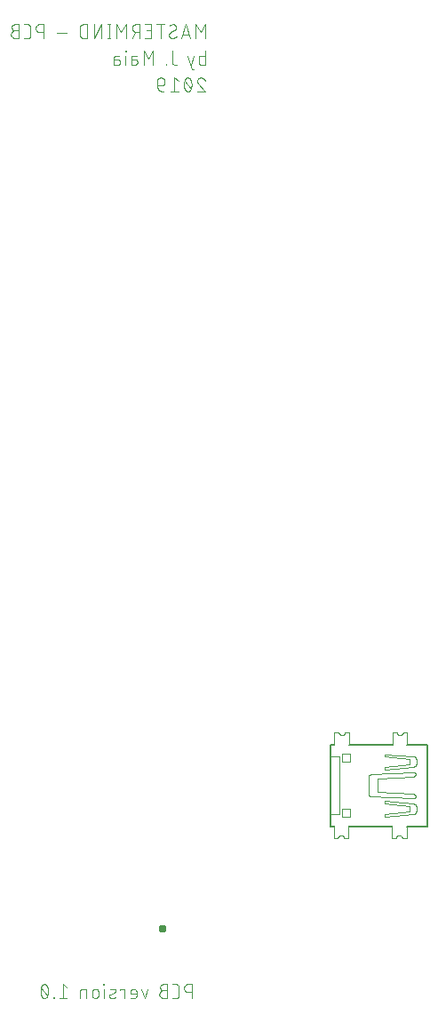
<source format=gbr>
G04 EAGLE Gerber RS-274X export*
G75*
%MOMM*%
%FSLAX34Y34*%
%LPD*%
%INSilkscreen Bottom*%
%IPPOS*%
%AMOC8*
5,1,8,0,0,1.08239X$1,22.5*%
G01*
%ADD10C,0.101600*%
%ADD11C,0.406400*%
%ADD12C,0.127000*%


D10*
X393192Y966216D02*
X393192Y953008D01*
X389523Y953008D01*
X389430Y953010D01*
X389336Y953016D01*
X389243Y953026D01*
X389151Y953040D01*
X389059Y953057D01*
X388968Y953079D01*
X388879Y953104D01*
X388790Y953134D01*
X388702Y953167D01*
X388616Y953203D01*
X388532Y953244D01*
X388450Y953287D01*
X388369Y953335D01*
X388291Y953385D01*
X388214Y953439D01*
X388140Y953497D01*
X388069Y953557D01*
X388000Y953620D01*
X387934Y953686D01*
X387871Y953755D01*
X387811Y953826D01*
X387753Y953900D01*
X387699Y953976D01*
X387649Y954055D01*
X387602Y954136D01*
X387558Y954218D01*
X387517Y954302D01*
X387481Y954388D01*
X387448Y954476D01*
X387418Y954564D01*
X387393Y954654D01*
X387371Y954745D01*
X387354Y954837D01*
X387340Y954929D01*
X387330Y955022D01*
X387324Y955116D01*
X387322Y955209D01*
X387322Y959612D01*
X387324Y959703D01*
X387330Y959794D01*
X387339Y959884D01*
X387352Y959974D01*
X387369Y960064D01*
X387389Y960152D01*
X387414Y960240D01*
X387441Y960327D01*
X387473Y960412D01*
X387507Y960496D01*
X387546Y960579D01*
X387587Y960660D01*
X387632Y960739D01*
X387680Y960816D01*
X387732Y960891D01*
X387786Y960964D01*
X387843Y961035D01*
X387904Y961103D01*
X387967Y961168D01*
X388032Y961231D01*
X388101Y961292D01*
X388171Y961349D01*
X388244Y961403D01*
X388319Y961455D01*
X388396Y961503D01*
X388475Y961548D01*
X388556Y961589D01*
X388639Y961628D01*
X388723Y961662D01*
X388808Y961694D01*
X388895Y961722D01*
X388983Y961746D01*
X389071Y961766D01*
X389161Y961783D01*
X389251Y961796D01*
X389341Y961805D01*
X389432Y961811D01*
X389523Y961813D01*
X393192Y961813D01*
X382586Y948605D02*
X381119Y948605D01*
X376716Y961813D01*
X382586Y961813D02*
X379651Y953008D01*
X361851Y955943D02*
X361851Y966216D01*
X361852Y955943D02*
X361854Y955836D01*
X361860Y955729D01*
X361870Y955622D01*
X361883Y955516D01*
X361901Y955410D01*
X361922Y955305D01*
X361947Y955201D01*
X361976Y955097D01*
X362009Y954995D01*
X362046Y954895D01*
X362086Y954795D01*
X362130Y954697D01*
X362177Y954601D01*
X362228Y954507D01*
X362282Y954414D01*
X362339Y954324D01*
X362400Y954235D01*
X362464Y954149D01*
X362531Y954066D01*
X362601Y953984D01*
X362674Y953906D01*
X362750Y953830D01*
X362828Y953757D01*
X362910Y953687D01*
X362993Y953620D01*
X363079Y953556D01*
X363168Y953495D01*
X363258Y953438D01*
X363351Y953384D01*
X363445Y953333D01*
X363541Y953286D01*
X363639Y953242D01*
X363739Y953202D01*
X363839Y953165D01*
X363941Y953132D01*
X364045Y953103D01*
X364149Y953078D01*
X364254Y953057D01*
X364360Y953039D01*
X364466Y953026D01*
X364573Y953016D01*
X364680Y953010D01*
X364787Y953008D01*
X366254Y953008D01*
X356549Y953008D02*
X356549Y953742D01*
X355815Y953742D01*
X355815Y953008D01*
X356549Y953008D01*
X343516Y953008D02*
X343516Y966216D01*
X339113Y958878D01*
X334710Y966216D01*
X334710Y953008D01*
X326314Y958144D02*
X323012Y958144D01*
X326314Y958144D02*
X326414Y958142D01*
X326513Y958136D01*
X326612Y958127D01*
X326711Y958113D01*
X326809Y958096D01*
X326906Y958075D01*
X327003Y958050D01*
X327098Y958021D01*
X327192Y957989D01*
X327285Y957953D01*
X327377Y957914D01*
X327467Y957871D01*
X327555Y957824D01*
X327641Y957775D01*
X327725Y957722D01*
X327807Y957665D01*
X327887Y957606D01*
X327965Y957543D01*
X328040Y957478D01*
X328112Y957409D01*
X328182Y957338D01*
X328249Y957265D01*
X328313Y957188D01*
X328374Y957110D01*
X328432Y957028D01*
X328486Y956945D01*
X328538Y956860D01*
X328586Y956773D01*
X328631Y956684D01*
X328672Y956593D01*
X328710Y956501D01*
X328744Y956407D01*
X328774Y956313D01*
X328801Y956217D01*
X328824Y956120D01*
X328843Y956022D01*
X328858Y955924D01*
X328870Y955825D01*
X328878Y955725D01*
X328882Y955626D01*
X328882Y955526D01*
X328878Y955427D01*
X328870Y955327D01*
X328858Y955228D01*
X328843Y955130D01*
X328824Y955032D01*
X328801Y954935D01*
X328774Y954839D01*
X328744Y954745D01*
X328710Y954651D01*
X328672Y954559D01*
X328631Y954468D01*
X328586Y954379D01*
X328538Y954292D01*
X328486Y954207D01*
X328432Y954124D01*
X328374Y954042D01*
X328313Y953964D01*
X328249Y953887D01*
X328182Y953814D01*
X328112Y953743D01*
X328040Y953674D01*
X327965Y953609D01*
X327887Y953546D01*
X327807Y953487D01*
X327725Y953430D01*
X327641Y953377D01*
X327555Y953328D01*
X327467Y953281D01*
X327377Y953238D01*
X327285Y953199D01*
X327192Y953163D01*
X327098Y953131D01*
X327003Y953102D01*
X326906Y953077D01*
X326809Y953056D01*
X326711Y953039D01*
X326612Y953025D01*
X326513Y953016D01*
X326414Y953010D01*
X326314Y953008D01*
X323012Y953008D01*
X323012Y959612D01*
X323014Y959703D01*
X323020Y959794D01*
X323029Y959884D01*
X323042Y959974D01*
X323059Y960064D01*
X323079Y960152D01*
X323104Y960240D01*
X323131Y960327D01*
X323163Y960412D01*
X323197Y960496D01*
X323236Y960579D01*
X323277Y960660D01*
X323322Y960739D01*
X323370Y960816D01*
X323422Y960891D01*
X323476Y960964D01*
X323533Y961035D01*
X323594Y961103D01*
X323657Y961168D01*
X323722Y961231D01*
X323791Y961292D01*
X323861Y961349D01*
X323934Y961403D01*
X324009Y961455D01*
X324086Y961503D01*
X324165Y961548D01*
X324246Y961589D01*
X324329Y961628D01*
X324413Y961662D01*
X324498Y961694D01*
X324585Y961722D01*
X324673Y961746D01*
X324761Y961766D01*
X324851Y961783D01*
X324941Y961796D01*
X325031Y961805D01*
X325122Y961811D01*
X325213Y961813D01*
X328148Y961813D01*
X317350Y961813D02*
X317350Y953008D01*
X317717Y965482D02*
X317717Y966216D01*
X316983Y966216D01*
X316983Y965482D01*
X317717Y965482D01*
X309672Y958144D02*
X306370Y958144D01*
X309672Y958144D02*
X309772Y958142D01*
X309871Y958136D01*
X309970Y958127D01*
X310069Y958113D01*
X310167Y958096D01*
X310264Y958075D01*
X310361Y958050D01*
X310456Y958021D01*
X310550Y957989D01*
X310643Y957953D01*
X310735Y957914D01*
X310825Y957871D01*
X310913Y957824D01*
X310999Y957775D01*
X311083Y957722D01*
X311165Y957665D01*
X311245Y957606D01*
X311323Y957543D01*
X311398Y957478D01*
X311470Y957409D01*
X311540Y957338D01*
X311607Y957265D01*
X311671Y957188D01*
X311732Y957110D01*
X311790Y957028D01*
X311844Y956945D01*
X311896Y956860D01*
X311944Y956773D01*
X311989Y956684D01*
X312030Y956593D01*
X312068Y956501D01*
X312102Y956407D01*
X312132Y956313D01*
X312159Y956217D01*
X312182Y956120D01*
X312201Y956022D01*
X312216Y955924D01*
X312228Y955825D01*
X312236Y955725D01*
X312240Y955626D01*
X312240Y955526D01*
X312236Y955427D01*
X312228Y955327D01*
X312216Y955228D01*
X312201Y955130D01*
X312182Y955032D01*
X312159Y954935D01*
X312132Y954839D01*
X312102Y954745D01*
X312068Y954651D01*
X312030Y954559D01*
X311989Y954468D01*
X311944Y954379D01*
X311896Y954292D01*
X311844Y954207D01*
X311790Y954124D01*
X311732Y954042D01*
X311671Y953964D01*
X311607Y953887D01*
X311540Y953814D01*
X311470Y953743D01*
X311398Y953674D01*
X311323Y953609D01*
X311245Y953546D01*
X311165Y953487D01*
X311083Y953430D01*
X310999Y953377D01*
X310913Y953328D01*
X310825Y953281D01*
X310735Y953238D01*
X310643Y953199D01*
X310550Y953163D01*
X310456Y953131D01*
X310361Y953102D01*
X310264Y953077D01*
X310167Y953056D01*
X310069Y953039D01*
X309970Y953025D01*
X309871Y953016D01*
X309772Y953010D01*
X309672Y953008D01*
X306370Y953008D01*
X306370Y959612D01*
X306372Y959703D01*
X306378Y959794D01*
X306387Y959884D01*
X306400Y959974D01*
X306417Y960064D01*
X306437Y960152D01*
X306462Y960240D01*
X306489Y960327D01*
X306521Y960412D01*
X306555Y960496D01*
X306594Y960579D01*
X306635Y960660D01*
X306680Y960739D01*
X306728Y960816D01*
X306780Y960891D01*
X306834Y960964D01*
X306891Y961035D01*
X306952Y961103D01*
X307015Y961168D01*
X307080Y961231D01*
X307149Y961292D01*
X307219Y961349D01*
X307292Y961403D01*
X307367Y961455D01*
X307444Y961503D01*
X307523Y961548D01*
X307604Y961589D01*
X307687Y961628D01*
X307771Y961662D01*
X307856Y961694D01*
X307943Y961722D01*
X308031Y961746D01*
X308119Y961766D01*
X308209Y961783D01*
X308299Y961796D01*
X308389Y961805D01*
X308480Y961811D01*
X308571Y961813D01*
X311506Y961813D01*
X385854Y937514D02*
X385856Y937627D01*
X385862Y937739D01*
X385871Y937852D01*
X385885Y937964D01*
X385902Y938075D01*
X385923Y938186D01*
X385948Y938296D01*
X385976Y938405D01*
X386009Y938513D01*
X386045Y938620D01*
X386084Y938725D01*
X386127Y938830D01*
X386174Y938932D01*
X386224Y939033D01*
X386278Y939132D01*
X386335Y939230D01*
X386395Y939325D01*
X386458Y939418D01*
X386525Y939509D01*
X386595Y939598D01*
X386667Y939684D01*
X386743Y939768D01*
X386821Y939849D01*
X386902Y939927D01*
X386986Y940003D01*
X387072Y940075D01*
X387161Y940145D01*
X387252Y940212D01*
X387345Y940275D01*
X387440Y940335D01*
X387538Y940392D01*
X387637Y940446D01*
X387738Y940496D01*
X387840Y940543D01*
X387945Y940586D01*
X388050Y940625D01*
X388157Y940661D01*
X388265Y940694D01*
X388374Y940722D01*
X388484Y940747D01*
X388595Y940768D01*
X388706Y940785D01*
X388818Y940799D01*
X388931Y940808D01*
X389043Y940814D01*
X389156Y940816D01*
X389283Y940814D01*
X389410Y940808D01*
X389537Y940799D01*
X389663Y940786D01*
X389789Y940769D01*
X389914Y940748D01*
X390039Y940723D01*
X390162Y940695D01*
X390285Y940663D01*
X390407Y940627D01*
X390528Y940588D01*
X390648Y940545D01*
X390766Y940499D01*
X390883Y940449D01*
X390998Y940395D01*
X391111Y940338D01*
X391223Y940278D01*
X391333Y940215D01*
X391441Y940148D01*
X391547Y940078D01*
X391651Y940005D01*
X391753Y939928D01*
X391852Y939849D01*
X391949Y939767D01*
X392043Y939682D01*
X392135Y939594D01*
X392224Y939504D01*
X392310Y939410D01*
X392394Y939315D01*
X392474Y939217D01*
X392552Y939116D01*
X392627Y939013D01*
X392698Y938908D01*
X392766Y938801D01*
X392831Y938692D01*
X392893Y938581D01*
X392952Y938468D01*
X393007Y938354D01*
X393058Y938238D01*
X393106Y938120D01*
X393151Y938001D01*
X393192Y937881D01*
X386955Y934946D02*
X386873Y935026D01*
X386794Y935109D01*
X386717Y935195D01*
X386643Y935283D01*
X386573Y935374D01*
X386505Y935466D01*
X386440Y935561D01*
X386378Y935658D01*
X386320Y935757D01*
X386264Y935858D01*
X386212Y935960D01*
X386164Y936064D01*
X386119Y936170D01*
X386077Y936277D01*
X386038Y936385D01*
X386004Y936495D01*
X385972Y936605D01*
X385945Y936717D01*
X385921Y936829D01*
X385900Y936942D01*
X385884Y937056D01*
X385871Y937170D01*
X385861Y937284D01*
X385856Y937399D01*
X385854Y937514D01*
X386955Y934946D02*
X393192Y927608D01*
X385854Y927608D01*
X380390Y934212D02*
X380387Y934472D01*
X380378Y934731D01*
X380362Y934991D01*
X380340Y935250D01*
X380313Y935508D01*
X380279Y935766D01*
X380238Y936022D01*
X380192Y936278D01*
X380140Y936533D01*
X380081Y936786D01*
X380017Y937037D01*
X379946Y937288D01*
X379870Y937536D01*
X379788Y937782D01*
X379700Y938027D01*
X379606Y938269D01*
X379506Y938509D01*
X379400Y938746D01*
X379289Y938981D01*
X379290Y938982D02*
X379255Y939077D01*
X379217Y939172D01*
X379175Y939265D01*
X379129Y939356D01*
X379080Y939446D01*
X379028Y939534D01*
X378973Y939619D01*
X378914Y939703D01*
X378852Y939784D01*
X378788Y939863D01*
X378720Y939939D01*
X378649Y940013D01*
X378576Y940084D01*
X378500Y940152D01*
X378422Y940218D01*
X378341Y940280D01*
X378258Y940340D01*
X378173Y940396D01*
X378086Y940449D01*
X377997Y940498D01*
X377906Y940544D01*
X377813Y940587D01*
X377719Y940626D01*
X377623Y940662D01*
X377526Y940694D01*
X377428Y940723D01*
X377329Y940747D01*
X377229Y940768D01*
X377129Y940785D01*
X377028Y940799D01*
X376926Y940808D01*
X376824Y940814D01*
X376722Y940816D01*
X376620Y940814D01*
X376518Y940808D01*
X376416Y940799D01*
X376315Y940785D01*
X376215Y940768D01*
X376115Y940747D01*
X376016Y940723D01*
X375918Y940694D01*
X375821Y940662D01*
X375725Y940626D01*
X375631Y940587D01*
X375538Y940544D01*
X375447Y940498D01*
X375358Y940449D01*
X375271Y940396D01*
X375186Y940340D01*
X375103Y940280D01*
X375022Y940218D01*
X374944Y940152D01*
X374868Y940084D01*
X374795Y940013D01*
X374724Y939939D01*
X374656Y939863D01*
X374592Y939784D01*
X374530Y939703D01*
X374471Y939619D01*
X374416Y939534D01*
X374364Y939446D01*
X374315Y939356D01*
X374269Y939265D01*
X374227Y939172D01*
X374189Y939077D01*
X374154Y938982D01*
X374154Y938981D02*
X374043Y938747D01*
X373937Y938509D01*
X373837Y938269D01*
X373743Y938027D01*
X373655Y937782D01*
X373573Y937536D01*
X373497Y937288D01*
X373426Y937038D01*
X373362Y936786D01*
X373303Y936533D01*
X373251Y936278D01*
X373205Y936022D01*
X373164Y935766D01*
X373130Y935508D01*
X373103Y935250D01*
X373081Y934991D01*
X373065Y934731D01*
X373056Y934472D01*
X373053Y934212D01*
X380391Y934212D02*
X380388Y933952D01*
X380379Y933692D01*
X380363Y933433D01*
X380341Y933174D01*
X380314Y932916D01*
X380280Y932658D01*
X380239Y932401D01*
X380193Y932146D01*
X380141Y931891D01*
X380082Y931638D01*
X380018Y931386D01*
X379947Y931136D01*
X379871Y930888D01*
X379789Y930641D01*
X379701Y930397D01*
X379607Y930155D01*
X379507Y929915D01*
X379401Y929677D01*
X379290Y929442D01*
X379255Y929347D01*
X379217Y929252D01*
X379175Y929159D01*
X379129Y929068D01*
X379080Y928978D01*
X379028Y928890D01*
X378973Y928805D01*
X378914Y928721D01*
X378852Y928640D01*
X378788Y928561D01*
X378720Y928485D01*
X378649Y928411D01*
X378576Y928340D01*
X378500Y928272D01*
X378422Y928206D01*
X378341Y928144D01*
X378258Y928084D01*
X378173Y928028D01*
X378086Y927975D01*
X377997Y927926D01*
X377906Y927880D01*
X377813Y927837D01*
X377719Y927798D01*
X377623Y927762D01*
X377526Y927730D01*
X377428Y927701D01*
X377329Y927677D01*
X377229Y927656D01*
X377129Y927639D01*
X377028Y927625D01*
X376926Y927616D01*
X376824Y927610D01*
X376722Y927608D01*
X374154Y929443D02*
X374043Y929678D01*
X373937Y929915D01*
X373837Y930155D01*
X373743Y930397D01*
X373655Y930642D01*
X373573Y930888D01*
X373497Y931136D01*
X373426Y931387D01*
X373362Y931638D01*
X373303Y931891D01*
X373251Y932146D01*
X373205Y932402D01*
X373164Y932658D01*
X373130Y932916D01*
X373103Y933174D01*
X373081Y933433D01*
X373065Y933693D01*
X373056Y933952D01*
X373053Y934212D01*
X374154Y929442D02*
X374189Y929347D01*
X374227Y929252D01*
X374269Y929159D01*
X374315Y929068D01*
X374364Y928978D01*
X374416Y928890D01*
X374471Y928805D01*
X374530Y928721D01*
X374592Y928640D01*
X374656Y928561D01*
X374724Y928485D01*
X374795Y928411D01*
X374868Y928340D01*
X374944Y928272D01*
X375022Y928206D01*
X375103Y928144D01*
X375186Y928084D01*
X375271Y928028D01*
X375358Y927975D01*
X375447Y927926D01*
X375538Y927880D01*
X375631Y927837D01*
X375725Y927798D01*
X375821Y927762D01*
X375918Y927730D01*
X376016Y927701D01*
X376115Y927677D01*
X376215Y927656D01*
X376315Y927639D01*
X376416Y927625D01*
X376518Y927616D01*
X376620Y927610D01*
X376722Y927608D01*
X379657Y930543D02*
X373786Y937881D01*
X367589Y937881D02*
X363920Y940816D01*
X363920Y927608D01*
X367589Y927608D02*
X360251Y927608D01*
X351852Y933478D02*
X347450Y933478D01*
X351852Y933478D02*
X351959Y933480D01*
X352066Y933486D01*
X352173Y933496D01*
X352279Y933509D01*
X352385Y933527D01*
X352490Y933548D01*
X352594Y933573D01*
X352698Y933602D01*
X352800Y933635D01*
X352900Y933672D01*
X353000Y933712D01*
X353098Y933756D01*
X353194Y933803D01*
X353288Y933854D01*
X353381Y933908D01*
X353471Y933965D01*
X353560Y934026D01*
X353646Y934090D01*
X353729Y934157D01*
X353811Y934227D01*
X353889Y934300D01*
X353965Y934376D01*
X354038Y934454D01*
X354108Y934536D01*
X354175Y934619D01*
X354239Y934705D01*
X354300Y934794D01*
X354357Y934884D01*
X354411Y934977D01*
X354462Y935071D01*
X354510Y935167D01*
X354553Y935265D01*
X354593Y935365D01*
X354630Y935465D01*
X354663Y935567D01*
X354692Y935671D01*
X354717Y935775D01*
X354738Y935880D01*
X354756Y935986D01*
X354769Y936092D01*
X354779Y936199D01*
X354785Y936306D01*
X354787Y936413D01*
X354787Y937147D01*
X354785Y937267D01*
X354779Y937387D01*
X354769Y937507D01*
X354756Y937626D01*
X354738Y937745D01*
X354717Y937863D01*
X354691Y937980D01*
X354662Y938097D01*
X354629Y938212D01*
X354592Y938326D01*
X354552Y938439D01*
X354508Y938551D01*
X354460Y938661D01*
X354409Y938770D01*
X354354Y938877D01*
X354295Y938982D01*
X354234Y939084D01*
X354169Y939185D01*
X354100Y939284D01*
X354029Y939381D01*
X353954Y939475D01*
X353877Y939566D01*
X353796Y939655D01*
X353712Y939741D01*
X353626Y939825D01*
X353537Y939906D01*
X353446Y939983D01*
X353352Y940058D01*
X353255Y940129D01*
X353156Y940198D01*
X353055Y940263D01*
X352953Y940324D01*
X352848Y940383D01*
X352741Y940438D01*
X352632Y940489D01*
X352522Y940537D01*
X352410Y940581D01*
X352297Y940621D01*
X352183Y940658D01*
X352068Y940691D01*
X351951Y940720D01*
X351834Y940746D01*
X351716Y940767D01*
X351597Y940785D01*
X351478Y940798D01*
X351358Y940808D01*
X351238Y940814D01*
X351118Y940816D01*
X350998Y940814D01*
X350878Y940808D01*
X350758Y940798D01*
X350639Y940785D01*
X350520Y940767D01*
X350402Y940746D01*
X350285Y940720D01*
X350168Y940691D01*
X350053Y940658D01*
X349939Y940621D01*
X349826Y940581D01*
X349714Y940537D01*
X349604Y940489D01*
X349495Y940438D01*
X349388Y940383D01*
X349284Y940324D01*
X349181Y940263D01*
X349080Y940198D01*
X348981Y940129D01*
X348884Y940058D01*
X348790Y939983D01*
X348699Y939906D01*
X348610Y939825D01*
X348524Y939741D01*
X348440Y939655D01*
X348359Y939566D01*
X348282Y939475D01*
X348207Y939381D01*
X348136Y939284D01*
X348067Y939185D01*
X348002Y939084D01*
X347941Y938982D01*
X347882Y938877D01*
X347827Y938770D01*
X347776Y938661D01*
X347728Y938551D01*
X347684Y938439D01*
X347644Y938326D01*
X347607Y938212D01*
X347574Y938097D01*
X347545Y937980D01*
X347519Y937863D01*
X347498Y937745D01*
X347480Y937626D01*
X347467Y937507D01*
X347457Y937387D01*
X347451Y937267D01*
X347449Y937147D01*
X347450Y937147D02*
X347450Y933478D01*
X347452Y933327D01*
X347458Y933176D01*
X347468Y933025D01*
X347481Y932874D01*
X347499Y932724D01*
X347520Y932575D01*
X347545Y932426D01*
X347574Y932277D01*
X347607Y932130D01*
X347644Y931983D01*
X347684Y931837D01*
X347728Y931693D01*
X347776Y931549D01*
X347827Y931407D01*
X347882Y931267D01*
X347941Y931127D01*
X348004Y930990D01*
X348069Y930854D01*
X348139Y930719D01*
X348211Y930587D01*
X348288Y930456D01*
X348367Y930328D01*
X348450Y930201D01*
X348536Y930077D01*
X348625Y929955D01*
X348717Y929835D01*
X348813Y929718D01*
X348911Y929603D01*
X349012Y929491D01*
X349116Y929381D01*
X349223Y929274D01*
X349333Y929170D01*
X349445Y929069D01*
X349560Y928971D01*
X349677Y928875D01*
X349797Y928783D01*
X349919Y928694D01*
X350043Y928608D01*
X350170Y928525D01*
X350298Y928446D01*
X350429Y928369D01*
X350561Y928297D01*
X350696Y928227D01*
X350832Y928162D01*
X350969Y928099D01*
X351109Y928040D01*
X351249Y927985D01*
X351391Y927934D01*
X351535Y927886D01*
X351679Y927842D01*
X351825Y927802D01*
X351972Y927765D01*
X352119Y927732D01*
X352268Y927703D01*
X352417Y927678D01*
X352566Y927657D01*
X352716Y927639D01*
X352867Y927626D01*
X353018Y927616D01*
X353169Y927610D01*
X353320Y927608D01*
X380492Y77216D02*
X380492Y64008D01*
X380492Y77216D02*
X376823Y77216D01*
X376703Y77214D01*
X376583Y77208D01*
X376463Y77198D01*
X376344Y77185D01*
X376225Y77167D01*
X376107Y77146D01*
X375990Y77120D01*
X375873Y77091D01*
X375758Y77058D01*
X375644Y77021D01*
X375531Y76981D01*
X375419Y76937D01*
X375309Y76889D01*
X375200Y76838D01*
X375093Y76783D01*
X374989Y76724D01*
X374886Y76663D01*
X374785Y76598D01*
X374686Y76529D01*
X374589Y76458D01*
X374495Y76383D01*
X374404Y76306D01*
X374315Y76225D01*
X374229Y76141D01*
X374145Y76055D01*
X374064Y75966D01*
X373987Y75875D01*
X373912Y75781D01*
X373841Y75684D01*
X373772Y75585D01*
X373707Y75484D01*
X373646Y75381D01*
X373587Y75277D01*
X373532Y75170D01*
X373481Y75061D01*
X373433Y74951D01*
X373389Y74839D01*
X373349Y74726D01*
X373312Y74612D01*
X373279Y74497D01*
X373250Y74380D01*
X373224Y74263D01*
X373203Y74145D01*
X373185Y74026D01*
X373172Y73907D01*
X373162Y73787D01*
X373156Y73667D01*
X373154Y73547D01*
X373156Y73427D01*
X373162Y73307D01*
X373172Y73187D01*
X373185Y73068D01*
X373203Y72949D01*
X373224Y72831D01*
X373250Y72714D01*
X373279Y72597D01*
X373312Y72482D01*
X373349Y72368D01*
X373389Y72255D01*
X373433Y72143D01*
X373481Y72033D01*
X373532Y71924D01*
X373587Y71817D01*
X373646Y71712D01*
X373707Y71610D01*
X373772Y71509D01*
X373841Y71410D01*
X373912Y71313D01*
X373987Y71219D01*
X374064Y71128D01*
X374145Y71039D01*
X374229Y70953D01*
X374315Y70869D01*
X374404Y70788D01*
X374495Y70711D01*
X374589Y70636D01*
X374686Y70565D01*
X374785Y70496D01*
X374886Y70431D01*
X374989Y70370D01*
X375093Y70311D01*
X375200Y70256D01*
X375309Y70205D01*
X375419Y70157D01*
X375531Y70113D01*
X375644Y70073D01*
X375758Y70036D01*
X375873Y70003D01*
X375990Y69974D01*
X376107Y69948D01*
X376225Y69927D01*
X376344Y69909D01*
X376463Y69896D01*
X376583Y69886D01*
X376703Y69880D01*
X376823Y69878D01*
X380492Y69878D01*
X365397Y64008D02*
X362462Y64008D01*
X365397Y64008D02*
X365504Y64010D01*
X365611Y64016D01*
X365718Y64026D01*
X365824Y64039D01*
X365930Y64057D01*
X366035Y64078D01*
X366139Y64103D01*
X366243Y64132D01*
X366345Y64165D01*
X366445Y64202D01*
X366545Y64242D01*
X366643Y64286D01*
X366739Y64333D01*
X366833Y64384D01*
X366926Y64438D01*
X367016Y64495D01*
X367105Y64556D01*
X367191Y64620D01*
X367274Y64687D01*
X367356Y64757D01*
X367434Y64830D01*
X367510Y64906D01*
X367583Y64984D01*
X367653Y65066D01*
X367720Y65149D01*
X367784Y65235D01*
X367845Y65324D01*
X367902Y65414D01*
X367956Y65507D01*
X368007Y65601D01*
X368055Y65697D01*
X368098Y65795D01*
X368138Y65895D01*
X368175Y65995D01*
X368208Y66097D01*
X368237Y66201D01*
X368262Y66305D01*
X368283Y66410D01*
X368301Y66516D01*
X368314Y66622D01*
X368324Y66729D01*
X368330Y66836D01*
X368332Y66943D01*
X368332Y74281D01*
X368330Y74388D01*
X368324Y74495D01*
X368314Y74602D01*
X368301Y74708D01*
X368283Y74814D01*
X368262Y74919D01*
X368237Y75023D01*
X368208Y75127D01*
X368175Y75229D01*
X368138Y75329D01*
X368098Y75429D01*
X368054Y75527D01*
X368007Y75623D01*
X367956Y75717D01*
X367902Y75810D01*
X367845Y75900D01*
X367784Y75989D01*
X367720Y76075D01*
X367653Y76158D01*
X367583Y76240D01*
X367510Y76318D01*
X367434Y76394D01*
X367356Y76467D01*
X367274Y76537D01*
X367191Y76604D01*
X367105Y76668D01*
X367016Y76729D01*
X366926Y76786D01*
X366833Y76840D01*
X366739Y76891D01*
X366643Y76938D01*
X366545Y76982D01*
X366446Y77022D01*
X366345Y77059D01*
X366243Y77092D01*
X366139Y77121D01*
X366035Y77146D01*
X365930Y77167D01*
X365824Y77185D01*
X365718Y77198D01*
X365611Y77208D01*
X365504Y77214D01*
X365397Y77216D01*
X362462Y77216D01*
X357022Y71346D02*
X353354Y71346D01*
X353234Y71344D01*
X353114Y71338D01*
X352994Y71328D01*
X352875Y71315D01*
X352756Y71297D01*
X352638Y71276D01*
X352521Y71250D01*
X352404Y71221D01*
X352289Y71188D01*
X352175Y71151D01*
X352062Y71111D01*
X351950Y71067D01*
X351840Y71019D01*
X351731Y70968D01*
X351624Y70913D01*
X351520Y70854D01*
X351417Y70793D01*
X351316Y70728D01*
X351217Y70659D01*
X351120Y70588D01*
X351026Y70513D01*
X350935Y70436D01*
X350846Y70355D01*
X350760Y70271D01*
X350676Y70185D01*
X350595Y70096D01*
X350518Y70005D01*
X350443Y69911D01*
X350372Y69814D01*
X350303Y69715D01*
X350238Y69614D01*
X350177Y69511D01*
X350118Y69407D01*
X350063Y69300D01*
X350012Y69191D01*
X349964Y69081D01*
X349920Y68969D01*
X349880Y68856D01*
X349843Y68742D01*
X349810Y68627D01*
X349781Y68510D01*
X349755Y68393D01*
X349734Y68275D01*
X349716Y68156D01*
X349703Y68037D01*
X349693Y67917D01*
X349687Y67797D01*
X349685Y67677D01*
X349687Y67557D01*
X349693Y67437D01*
X349703Y67317D01*
X349716Y67198D01*
X349734Y67079D01*
X349755Y66961D01*
X349781Y66844D01*
X349810Y66727D01*
X349843Y66612D01*
X349880Y66498D01*
X349920Y66385D01*
X349964Y66273D01*
X350012Y66163D01*
X350063Y66054D01*
X350118Y65947D01*
X350177Y65842D01*
X350238Y65740D01*
X350303Y65639D01*
X350372Y65540D01*
X350443Y65443D01*
X350518Y65349D01*
X350595Y65258D01*
X350676Y65169D01*
X350760Y65083D01*
X350846Y64999D01*
X350935Y64918D01*
X351026Y64841D01*
X351120Y64766D01*
X351217Y64695D01*
X351316Y64626D01*
X351417Y64561D01*
X351520Y64500D01*
X351624Y64441D01*
X351731Y64386D01*
X351840Y64335D01*
X351950Y64287D01*
X352062Y64243D01*
X352175Y64203D01*
X352289Y64166D01*
X352404Y64133D01*
X352521Y64104D01*
X352638Y64078D01*
X352756Y64057D01*
X352875Y64039D01*
X352994Y64026D01*
X353114Y64016D01*
X353234Y64010D01*
X353354Y64008D01*
X357022Y64008D01*
X357022Y77216D01*
X353354Y77216D01*
X353247Y77214D01*
X353140Y77208D01*
X353033Y77198D01*
X352927Y77185D01*
X352821Y77167D01*
X352716Y77146D01*
X352612Y77121D01*
X352508Y77092D01*
X352406Y77059D01*
X352306Y77022D01*
X352206Y76982D01*
X352108Y76938D01*
X352012Y76891D01*
X351918Y76840D01*
X351825Y76786D01*
X351735Y76729D01*
X351646Y76668D01*
X351560Y76604D01*
X351477Y76537D01*
X351395Y76467D01*
X351317Y76394D01*
X351241Y76318D01*
X351168Y76240D01*
X351098Y76158D01*
X351031Y76075D01*
X350967Y75989D01*
X350906Y75900D01*
X350849Y75810D01*
X350795Y75717D01*
X350744Y75623D01*
X350697Y75527D01*
X350653Y75429D01*
X350613Y75329D01*
X350576Y75229D01*
X350543Y75127D01*
X350514Y75023D01*
X350489Y74919D01*
X350468Y74814D01*
X350450Y74708D01*
X350437Y74602D01*
X350427Y74495D01*
X350421Y74388D01*
X350419Y74281D01*
X350421Y74174D01*
X350427Y74067D01*
X350437Y73960D01*
X350450Y73854D01*
X350468Y73748D01*
X350489Y73643D01*
X350514Y73539D01*
X350543Y73435D01*
X350576Y73333D01*
X350613Y73233D01*
X350653Y73133D01*
X350697Y73035D01*
X350744Y72939D01*
X350795Y72845D01*
X350849Y72752D01*
X350906Y72662D01*
X350967Y72573D01*
X351031Y72487D01*
X351098Y72404D01*
X351168Y72322D01*
X351241Y72244D01*
X351317Y72168D01*
X351395Y72095D01*
X351477Y72025D01*
X351560Y71958D01*
X351646Y71894D01*
X351735Y71833D01*
X351825Y71776D01*
X351918Y71722D01*
X352012Y71671D01*
X352108Y71624D01*
X352206Y71580D01*
X352306Y71540D01*
X352406Y71503D01*
X352508Y71470D01*
X352612Y71441D01*
X352716Y71416D01*
X352821Y71395D01*
X352927Y71377D01*
X353033Y71364D01*
X353140Y71354D01*
X353247Y71348D01*
X353354Y71346D01*
X338546Y72813D02*
X335611Y64008D01*
X332676Y72813D01*
X325677Y64008D02*
X322008Y64008D01*
X325677Y64008D02*
X325768Y64010D01*
X325859Y64016D01*
X325949Y64025D01*
X326039Y64038D01*
X326129Y64055D01*
X326217Y64075D01*
X326305Y64100D01*
X326392Y64127D01*
X326477Y64159D01*
X326561Y64193D01*
X326644Y64232D01*
X326725Y64273D01*
X326804Y64318D01*
X326881Y64366D01*
X326956Y64418D01*
X327029Y64472D01*
X327100Y64529D01*
X327168Y64590D01*
X327233Y64653D01*
X327296Y64718D01*
X327357Y64786D01*
X327414Y64857D01*
X327468Y64930D01*
X327520Y65005D01*
X327568Y65082D01*
X327613Y65161D01*
X327654Y65242D01*
X327693Y65325D01*
X327727Y65409D01*
X327759Y65494D01*
X327786Y65581D01*
X327811Y65669D01*
X327831Y65757D01*
X327848Y65847D01*
X327861Y65937D01*
X327870Y66027D01*
X327876Y66118D01*
X327878Y66209D01*
X327878Y69878D01*
X327876Y69985D01*
X327870Y70092D01*
X327860Y70199D01*
X327847Y70305D01*
X327829Y70411D01*
X327808Y70516D01*
X327783Y70620D01*
X327754Y70724D01*
X327721Y70826D01*
X327684Y70926D01*
X327644Y71026D01*
X327600Y71124D01*
X327553Y71220D01*
X327502Y71314D01*
X327448Y71407D01*
X327391Y71497D01*
X327330Y71586D01*
X327266Y71672D01*
X327199Y71755D01*
X327129Y71837D01*
X327056Y71915D01*
X326980Y71991D01*
X326902Y72064D01*
X326820Y72134D01*
X326737Y72201D01*
X326651Y72265D01*
X326562Y72326D01*
X326472Y72383D01*
X326379Y72437D01*
X326285Y72488D01*
X326189Y72535D01*
X326091Y72579D01*
X325991Y72619D01*
X325891Y72656D01*
X325789Y72689D01*
X325685Y72718D01*
X325581Y72743D01*
X325476Y72764D01*
X325370Y72782D01*
X325264Y72795D01*
X325157Y72805D01*
X325050Y72811D01*
X324943Y72813D01*
X324836Y72811D01*
X324729Y72805D01*
X324622Y72795D01*
X324516Y72782D01*
X324410Y72764D01*
X324305Y72743D01*
X324201Y72718D01*
X324097Y72689D01*
X323995Y72656D01*
X323895Y72619D01*
X323795Y72579D01*
X323697Y72535D01*
X323601Y72488D01*
X323507Y72437D01*
X323414Y72383D01*
X323324Y72326D01*
X323235Y72265D01*
X323149Y72201D01*
X323066Y72134D01*
X322984Y72064D01*
X322906Y71991D01*
X322830Y71915D01*
X322757Y71837D01*
X322687Y71755D01*
X322620Y71672D01*
X322556Y71586D01*
X322495Y71497D01*
X322438Y71407D01*
X322384Y71314D01*
X322333Y71220D01*
X322286Y71124D01*
X322242Y71026D01*
X322202Y70926D01*
X322165Y70826D01*
X322132Y70724D01*
X322103Y70620D01*
X322078Y70516D01*
X322057Y70411D01*
X322039Y70305D01*
X322026Y70199D01*
X322016Y70092D01*
X322010Y69985D01*
X322008Y69878D01*
X322008Y68411D01*
X327878Y68411D01*
X316286Y72813D02*
X316286Y64008D01*
X316286Y72813D02*
X311883Y72813D01*
X311883Y71346D01*
X306722Y69144D02*
X303053Y67677D01*
X306722Y69144D02*
X306801Y69178D01*
X306879Y69216D01*
X306956Y69257D01*
X307030Y69301D01*
X307102Y69349D01*
X307172Y69400D01*
X307239Y69454D01*
X307304Y69511D01*
X307367Y69572D01*
X307426Y69634D01*
X307483Y69700D01*
X307536Y69768D01*
X307587Y69838D01*
X307634Y69911D01*
X307678Y69986D01*
X307718Y70062D01*
X307755Y70141D01*
X307788Y70220D01*
X307818Y70302D01*
X307844Y70384D01*
X307866Y70468D01*
X307884Y70553D01*
X307898Y70638D01*
X307909Y70724D01*
X307915Y70810D01*
X307918Y70897D01*
X307917Y70984D01*
X307911Y71070D01*
X307902Y71156D01*
X307889Y71242D01*
X307872Y71327D01*
X307851Y71411D01*
X307827Y71494D01*
X307798Y71575D01*
X307766Y71656D01*
X307731Y71735D01*
X307691Y71812D01*
X307649Y71887D01*
X307602Y71960D01*
X307553Y72032D01*
X307501Y72100D01*
X307445Y72167D01*
X307386Y72230D01*
X307325Y72291D01*
X307261Y72350D01*
X307194Y72405D01*
X307125Y72457D01*
X307053Y72506D01*
X306980Y72551D01*
X306904Y72593D01*
X306827Y72632D01*
X306748Y72667D01*
X306667Y72699D01*
X306585Y72727D01*
X306502Y72751D01*
X306418Y72771D01*
X306333Y72787D01*
X306247Y72800D01*
X306161Y72808D01*
X306074Y72813D01*
X305988Y72814D01*
X305988Y72813D02*
X305788Y72808D01*
X305588Y72798D01*
X305388Y72783D01*
X305188Y72763D01*
X304989Y72739D01*
X304791Y72709D01*
X304594Y72675D01*
X304397Y72637D01*
X304202Y72593D01*
X304007Y72545D01*
X303814Y72492D01*
X303622Y72435D01*
X303431Y72373D01*
X303242Y72306D01*
X303055Y72235D01*
X302870Y72159D01*
X302686Y72079D01*
X303052Y67677D02*
X302973Y67643D01*
X302895Y67605D01*
X302818Y67564D01*
X302744Y67520D01*
X302672Y67472D01*
X302602Y67421D01*
X302535Y67367D01*
X302470Y67310D01*
X302407Y67249D01*
X302348Y67187D01*
X302291Y67121D01*
X302238Y67053D01*
X302187Y66983D01*
X302140Y66910D01*
X302096Y66835D01*
X302056Y66759D01*
X302019Y66680D01*
X301986Y66601D01*
X301956Y66519D01*
X301930Y66437D01*
X301908Y66353D01*
X301890Y66268D01*
X301876Y66183D01*
X301865Y66097D01*
X301859Y66011D01*
X301856Y65924D01*
X301857Y65837D01*
X301863Y65751D01*
X301872Y65665D01*
X301885Y65579D01*
X301902Y65494D01*
X301923Y65410D01*
X301947Y65327D01*
X301976Y65246D01*
X302008Y65165D01*
X302043Y65086D01*
X302083Y65009D01*
X302125Y64934D01*
X302172Y64861D01*
X302221Y64789D01*
X302273Y64721D01*
X302329Y64654D01*
X302388Y64591D01*
X302449Y64530D01*
X302513Y64471D01*
X302580Y64416D01*
X302649Y64364D01*
X302721Y64315D01*
X302794Y64270D01*
X302870Y64228D01*
X302947Y64189D01*
X303026Y64154D01*
X303107Y64122D01*
X303189Y64094D01*
X303272Y64070D01*
X303356Y64050D01*
X303441Y64034D01*
X303527Y64021D01*
X303613Y64013D01*
X303700Y64008D01*
X303786Y64007D01*
X303787Y64008D02*
X304081Y64016D01*
X304375Y64031D01*
X304669Y64052D01*
X304962Y64081D01*
X305254Y64116D01*
X305545Y64159D01*
X305835Y64208D01*
X306124Y64264D01*
X306412Y64327D01*
X306698Y64396D01*
X306982Y64473D01*
X307264Y64556D01*
X307545Y64646D01*
X307823Y64742D01*
X296779Y64008D02*
X296779Y72813D01*
X297146Y76482D02*
X297146Y77216D01*
X296413Y77216D01*
X296413Y76482D01*
X297146Y76482D01*
X291607Y69878D02*
X291607Y66943D01*
X291607Y69878D02*
X291605Y69985D01*
X291599Y70092D01*
X291589Y70199D01*
X291576Y70305D01*
X291558Y70411D01*
X291537Y70516D01*
X291512Y70620D01*
X291483Y70724D01*
X291450Y70826D01*
X291413Y70926D01*
X291373Y71026D01*
X291329Y71124D01*
X291282Y71220D01*
X291231Y71314D01*
X291177Y71407D01*
X291120Y71497D01*
X291059Y71586D01*
X290995Y71672D01*
X290928Y71755D01*
X290858Y71837D01*
X290785Y71915D01*
X290709Y71991D01*
X290631Y72064D01*
X290549Y72134D01*
X290466Y72201D01*
X290380Y72265D01*
X290291Y72326D01*
X290201Y72383D01*
X290108Y72437D01*
X290014Y72488D01*
X289918Y72535D01*
X289820Y72579D01*
X289720Y72619D01*
X289620Y72656D01*
X289518Y72689D01*
X289414Y72718D01*
X289310Y72743D01*
X289205Y72764D01*
X289099Y72782D01*
X288993Y72795D01*
X288886Y72805D01*
X288779Y72811D01*
X288672Y72813D01*
X288565Y72811D01*
X288458Y72805D01*
X288351Y72795D01*
X288245Y72782D01*
X288139Y72764D01*
X288034Y72743D01*
X287930Y72718D01*
X287826Y72689D01*
X287724Y72656D01*
X287624Y72619D01*
X287524Y72579D01*
X287426Y72535D01*
X287330Y72488D01*
X287236Y72437D01*
X287143Y72383D01*
X287053Y72326D01*
X286964Y72265D01*
X286878Y72201D01*
X286795Y72134D01*
X286713Y72064D01*
X286635Y71991D01*
X286559Y71915D01*
X286486Y71837D01*
X286416Y71755D01*
X286349Y71672D01*
X286285Y71586D01*
X286224Y71497D01*
X286167Y71407D01*
X286113Y71314D01*
X286062Y71220D01*
X286015Y71124D01*
X285971Y71026D01*
X285931Y70926D01*
X285894Y70826D01*
X285861Y70724D01*
X285832Y70620D01*
X285807Y70516D01*
X285786Y70411D01*
X285768Y70305D01*
X285755Y70199D01*
X285745Y70092D01*
X285739Y69985D01*
X285737Y69878D01*
X285737Y66943D01*
X285739Y66836D01*
X285745Y66729D01*
X285755Y66622D01*
X285768Y66516D01*
X285786Y66410D01*
X285807Y66305D01*
X285832Y66201D01*
X285861Y66097D01*
X285894Y65995D01*
X285931Y65895D01*
X285971Y65795D01*
X286015Y65697D01*
X286062Y65601D01*
X286113Y65507D01*
X286167Y65414D01*
X286224Y65324D01*
X286285Y65235D01*
X286349Y65149D01*
X286416Y65066D01*
X286486Y64984D01*
X286559Y64906D01*
X286635Y64830D01*
X286713Y64757D01*
X286795Y64687D01*
X286878Y64620D01*
X286964Y64556D01*
X287053Y64495D01*
X287143Y64438D01*
X287236Y64384D01*
X287330Y64333D01*
X287426Y64286D01*
X287524Y64242D01*
X287624Y64202D01*
X287724Y64165D01*
X287826Y64132D01*
X287930Y64103D01*
X288034Y64078D01*
X288139Y64057D01*
X288245Y64039D01*
X288351Y64026D01*
X288458Y64016D01*
X288565Y64010D01*
X288672Y64008D01*
X288779Y64010D01*
X288886Y64016D01*
X288993Y64026D01*
X289099Y64039D01*
X289205Y64057D01*
X289310Y64078D01*
X289414Y64103D01*
X289518Y64132D01*
X289620Y64165D01*
X289720Y64202D01*
X289820Y64242D01*
X289918Y64286D01*
X290014Y64333D01*
X290108Y64384D01*
X290201Y64438D01*
X290291Y64495D01*
X290380Y64556D01*
X290466Y64620D01*
X290549Y64687D01*
X290631Y64757D01*
X290709Y64830D01*
X290785Y64906D01*
X290858Y64984D01*
X290928Y65066D01*
X290995Y65149D01*
X291059Y65235D01*
X291120Y65324D01*
X291177Y65414D01*
X291231Y65507D01*
X291282Y65601D01*
X291329Y65697D01*
X291373Y65795D01*
X291413Y65895D01*
X291450Y65995D01*
X291483Y66097D01*
X291512Y66201D01*
X291537Y66305D01*
X291558Y66410D01*
X291576Y66516D01*
X291589Y66622D01*
X291599Y66729D01*
X291605Y66836D01*
X291607Y66943D01*
X280085Y64008D02*
X280085Y72813D01*
X276417Y72813D01*
X276324Y72811D01*
X276230Y72805D01*
X276137Y72795D01*
X276045Y72781D01*
X275953Y72764D01*
X275862Y72742D01*
X275773Y72717D01*
X275684Y72687D01*
X275596Y72654D01*
X275510Y72618D01*
X275426Y72577D01*
X275344Y72534D01*
X275263Y72486D01*
X275185Y72436D01*
X275108Y72382D01*
X275034Y72324D01*
X274963Y72264D01*
X274894Y72201D01*
X274828Y72135D01*
X274765Y72066D01*
X274705Y71995D01*
X274647Y71921D01*
X274593Y71845D01*
X274543Y71766D01*
X274496Y71685D01*
X274452Y71603D01*
X274411Y71519D01*
X274375Y71433D01*
X274342Y71345D01*
X274312Y71257D01*
X274287Y71167D01*
X274265Y71076D01*
X274248Y70984D01*
X274234Y70892D01*
X274224Y70799D01*
X274218Y70705D01*
X274216Y70612D01*
X274215Y70612D02*
X274215Y64008D01*
X261617Y74281D02*
X257948Y77216D01*
X257948Y64008D01*
X261617Y64008D02*
X254279Y64008D01*
X249354Y64008D02*
X249354Y64742D01*
X248620Y64742D01*
X248620Y64008D01*
X249354Y64008D01*
X243694Y70612D02*
X243691Y70872D01*
X243682Y71131D01*
X243666Y71391D01*
X243644Y71650D01*
X243617Y71908D01*
X243583Y72166D01*
X243542Y72422D01*
X243496Y72678D01*
X243444Y72933D01*
X243385Y73186D01*
X243321Y73437D01*
X243250Y73688D01*
X243174Y73936D01*
X243092Y74182D01*
X243004Y74427D01*
X242910Y74669D01*
X242810Y74909D01*
X242704Y75146D01*
X242593Y75381D01*
X242594Y75382D02*
X242559Y75477D01*
X242521Y75572D01*
X242479Y75665D01*
X242433Y75756D01*
X242384Y75846D01*
X242332Y75934D01*
X242277Y76019D01*
X242218Y76103D01*
X242156Y76184D01*
X242092Y76263D01*
X242024Y76339D01*
X241953Y76413D01*
X241880Y76484D01*
X241804Y76552D01*
X241726Y76618D01*
X241645Y76680D01*
X241562Y76740D01*
X241477Y76796D01*
X241390Y76849D01*
X241301Y76898D01*
X241210Y76944D01*
X241117Y76987D01*
X241023Y77026D01*
X240927Y77062D01*
X240830Y77094D01*
X240732Y77123D01*
X240633Y77147D01*
X240533Y77168D01*
X240433Y77185D01*
X240332Y77199D01*
X240230Y77208D01*
X240128Y77214D01*
X240026Y77216D01*
X239924Y77214D01*
X239822Y77208D01*
X239720Y77199D01*
X239619Y77185D01*
X239519Y77168D01*
X239419Y77147D01*
X239320Y77123D01*
X239222Y77094D01*
X239125Y77062D01*
X239029Y77026D01*
X238935Y76987D01*
X238842Y76944D01*
X238751Y76898D01*
X238662Y76849D01*
X238575Y76796D01*
X238490Y76740D01*
X238407Y76680D01*
X238326Y76618D01*
X238248Y76552D01*
X238172Y76484D01*
X238099Y76413D01*
X238028Y76339D01*
X237960Y76263D01*
X237896Y76184D01*
X237834Y76103D01*
X237775Y76019D01*
X237720Y75934D01*
X237668Y75846D01*
X237619Y75756D01*
X237573Y75665D01*
X237531Y75572D01*
X237493Y75477D01*
X237458Y75382D01*
X237458Y75381D02*
X237347Y75147D01*
X237241Y74909D01*
X237141Y74669D01*
X237047Y74427D01*
X236959Y74182D01*
X236877Y73936D01*
X236801Y73688D01*
X236730Y73438D01*
X236666Y73186D01*
X236607Y72933D01*
X236555Y72678D01*
X236509Y72422D01*
X236468Y72166D01*
X236434Y71908D01*
X236407Y71650D01*
X236385Y71391D01*
X236369Y71131D01*
X236360Y70872D01*
X236357Y70612D01*
X243695Y70612D02*
X243692Y70352D01*
X243683Y70092D01*
X243667Y69833D01*
X243645Y69574D01*
X243618Y69316D01*
X243584Y69058D01*
X243543Y68801D01*
X243497Y68546D01*
X243445Y68291D01*
X243386Y68038D01*
X243322Y67786D01*
X243251Y67536D01*
X243175Y67288D01*
X243093Y67041D01*
X243005Y66797D01*
X242911Y66555D01*
X242811Y66315D01*
X242705Y66077D01*
X242594Y65842D01*
X242559Y65747D01*
X242521Y65652D01*
X242479Y65559D01*
X242433Y65468D01*
X242384Y65378D01*
X242332Y65290D01*
X242277Y65205D01*
X242218Y65121D01*
X242156Y65040D01*
X242092Y64961D01*
X242024Y64885D01*
X241953Y64811D01*
X241880Y64740D01*
X241804Y64672D01*
X241726Y64606D01*
X241645Y64544D01*
X241562Y64484D01*
X241477Y64428D01*
X241390Y64375D01*
X241301Y64326D01*
X241210Y64280D01*
X241117Y64237D01*
X241023Y64198D01*
X240927Y64162D01*
X240830Y64130D01*
X240732Y64101D01*
X240633Y64077D01*
X240533Y64056D01*
X240433Y64039D01*
X240332Y64025D01*
X240230Y64016D01*
X240128Y64010D01*
X240026Y64008D01*
X237458Y65843D02*
X237347Y66078D01*
X237241Y66315D01*
X237141Y66555D01*
X237047Y66797D01*
X236959Y67042D01*
X236877Y67288D01*
X236801Y67536D01*
X236730Y67787D01*
X236666Y68038D01*
X236607Y68291D01*
X236555Y68546D01*
X236509Y68802D01*
X236468Y69058D01*
X236434Y69316D01*
X236407Y69574D01*
X236385Y69833D01*
X236369Y70093D01*
X236360Y70352D01*
X236357Y70612D01*
X237458Y65842D02*
X237493Y65747D01*
X237531Y65652D01*
X237573Y65559D01*
X237619Y65468D01*
X237668Y65378D01*
X237720Y65290D01*
X237775Y65205D01*
X237834Y65121D01*
X237896Y65040D01*
X237960Y64961D01*
X238028Y64885D01*
X238099Y64811D01*
X238172Y64740D01*
X238248Y64672D01*
X238326Y64606D01*
X238407Y64544D01*
X238490Y64484D01*
X238575Y64428D01*
X238662Y64375D01*
X238751Y64326D01*
X238842Y64280D01*
X238935Y64237D01*
X239029Y64198D01*
X239125Y64162D01*
X239222Y64130D01*
X239320Y64101D01*
X239419Y64077D01*
X239519Y64056D01*
X239619Y64039D01*
X239720Y64025D01*
X239822Y64016D01*
X239924Y64010D01*
X240026Y64008D01*
X242961Y66943D02*
X237091Y74281D01*
X393192Y978408D02*
X393192Y991616D01*
X388789Y984278D01*
X384387Y991616D01*
X384387Y978408D01*
X379110Y978408D02*
X374708Y991616D01*
X370305Y978408D01*
X371406Y981710D02*
X378010Y981710D01*
X361599Y978408D02*
X361492Y978410D01*
X361385Y978416D01*
X361278Y978426D01*
X361172Y978439D01*
X361066Y978457D01*
X360961Y978478D01*
X360857Y978503D01*
X360753Y978532D01*
X360651Y978565D01*
X360551Y978602D01*
X360451Y978642D01*
X360353Y978686D01*
X360257Y978733D01*
X360163Y978784D01*
X360070Y978838D01*
X359980Y978895D01*
X359891Y978956D01*
X359805Y979020D01*
X359722Y979087D01*
X359640Y979157D01*
X359562Y979230D01*
X359486Y979306D01*
X359413Y979384D01*
X359343Y979466D01*
X359276Y979549D01*
X359212Y979635D01*
X359151Y979724D01*
X359094Y979814D01*
X359040Y979907D01*
X358989Y980001D01*
X358942Y980097D01*
X358898Y980195D01*
X358858Y980295D01*
X358821Y980395D01*
X358788Y980497D01*
X358759Y980601D01*
X358734Y980705D01*
X358713Y980810D01*
X358695Y980916D01*
X358682Y981022D01*
X358672Y981129D01*
X358666Y981236D01*
X358664Y981343D01*
X361599Y978408D02*
X361752Y978410D01*
X361905Y978416D01*
X362058Y978425D01*
X362210Y978438D01*
X362362Y978455D01*
X362514Y978476D01*
X362665Y978500D01*
X362815Y978528D01*
X362965Y978560D01*
X363113Y978596D01*
X363261Y978635D01*
X363408Y978678D01*
X363554Y978724D01*
X363698Y978774D01*
X363842Y978828D01*
X363984Y978885D01*
X364124Y978946D01*
X364263Y979010D01*
X364400Y979077D01*
X364536Y979148D01*
X364670Y979222D01*
X364802Y979299D01*
X364932Y979380D01*
X365060Y979464D01*
X365186Y979551D01*
X365309Y979641D01*
X365431Y979734D01*
X365550Y979830D01*
X365666Y979929D01*
X365781Y980030D01*
X365892Y980135D01*
X366001Y980242D01*
X365635Y988681D02*
X365633Y988788D01*
X365627Y988895D01*
X365617Y989002D01*
X365604Y989108D01*
X365586Y989214D01*
X365565Y989319D01*
X365540Y989423D01*
X365511Y989527D01*
X365478Y989629D01*
X365441Y989729D01*
X365401Y989829D01*
X365357Y989927D01*
X365310Y990023D01*
X365259Y990117D01*
X365205Y990210D01*
X365148Y990300D01*
X365087Y990389D01*
X365023Y990475D01*
X364956Y990558D01*
X364886Y990640D01*
X364813Y990718D01*
X364737Y990794D01*
X364659Y990867D01*
X364577Y990937D01*
X364494Y991004D01*
X364408Y991068D01*
X364319Y991129D01*
X364229Y991186D01*
X364136Y991240D01*
X364042Y991291D01*
X363946Y991338D01*
X363848Y991382D01*
X363748Y991422D01*
X363648Y991459D01*
X363546Y991492D01*
X363442Y991521D01*
X363338Y991546D01*
X363233Y991567D01*
X363127Y991585D01*
X363021Y991598D01*
X362914Y991608D01*
X362807Y991614D01*
X362700Y991616D01*
X362552Y991614D01*
X362405Y991608D01*
X362258Y991598D01*
X362111Y991584D01*
X361964Y991567D01*
X361819Y991545D01*
X361673Y991519D01*
X361529Y991490D01*
X361385Y991457D01*
X361242Y991419D01*
X361100Y991378D01*
X360960Y991334D01*
X360820Y991285D01*
X360682Y991233D01*
X360546Y991177D01*
X360411Y991117D01*
X360278Y991054D01*
X360146Y990987D01*
X360016Y990917D01*
X359888Y990844D01*
X359763Y990766D01*
X359639Y990686D01*
X359517Y990602D01*
X359398Y990515D01*
X364167Y986113D02*
X364258Y986169D01*
X364347Y986228D01*
X364434Y986290D01*
X364518Y986355D01*
X364601Y986423D01*
X364680Y986494D01*
X364757Y986568D01*
X364831Y986645D01*
X364903Y986724D01*
X364971Y986806D01*
X365037Y986890D01*
X365100Y986977D01*
X365159Y987065D01*
X365215Y987156D01*
X365268Y987249D01*
X365318Y987343D01*
X365364Y987439D01*
X365407Y987537D01*
X365446Y987636D01*
X365482Y987737D01*
X365514Y987839D01*
X365542Y987942D01*
X365566Y988046D01*
X365587Y988150D01*
X365604Y988256D01*
X365618Y988361D01*
X365627Y988468D01*
X365633Y988574D01*
X365635Y988681D01*
X360132Y983911D02*
X360041Y983855D01*
X359952Y983796D01*
X359865Y983734D01*
X359781Y983669D01*
X359698Y983601D01*
X359619Y983530D01*
X359542Y983456D01*
X359468Y983379D01*
X359396Y983300D01*
X359328Y983218D01*
X359262Y983134D01*
X359199Y983047D01*
X359140Y982959D01*
X359084Y982868D01*
X359031Y982775D01*
X358981Y982681D01*
X358935Y982585D01*
X358892Y982487D01*
X358853Y982388D01*
X358817Y982287D01*
X358785Y982185D01*
X358757Y982082D01*
X358733Y981978D01*
X358712Y981874D01*
X358695Y981768D01*
X358681Y981663D01*
X358672Y981556D01*
X358666Y981450D01*
X358664Y981343D01*
X360131Y983911D02*
X364167Y986113D01*
X350811Y991616D02*
X350811Y978408D01*
X347143Y991616D02*
X354480Y991616D01*
X342081Y978408D02*
X336211Y978408D01*
X342081Y978408D02*
X342081Y991616D01*
X336211Y991616D01*
X337679Y985746D02*
X342081Y985746D01*
X330933Y991616D02*
X330933Y978408D01*
X330933Y991616D02*
X327264Y991616D01*
X327144Y991614D01*
X327024Y991608D01*
X326904Y991598D01*
X326785Y991585D01*
X326666Y991567D01*
X326548Y991546D01*
X326431Y991520D01*
X326314Y991491D01*
X326199Y991458D01*
X326085Y991421D01*
X325972Y991381D01*
X325860Y991337D01*
X325750Y991289D01*
X325641Y991238D01*
X325534Y991183D01*
X325430Y991124D01*
X325327Y991063D01*
X325226Y990998D01*
X325127Y990929D01*
X325030Y990858D01*
X324936Y990783D01*
X324845Y990706D01*
X324756Y990625D01*
X324670Y990541D01*
X324586Y990455D01*
X324505Y990366D01*
X324428Y990275D01*
X324353Y990181D01*
X324282Y990084D01*
X324213Y989985D01*
X324148Y989884D01*
X324087Y989782D01*
X324028Y989677D01*
X323973Y989570D01*
X323922Y989461D01*
X323874Y989351D01*
X323830Y989239D01*
X323790Y989126D01*
X323753Y989012D01*
X323720Y988897D01*
X323691Y988780D01*
X323665Y988663D01*
X323644Y988545D01*
X323626Y988426D01*
X323613Y988307D01*
X323603Y988187D01*
X323597Y988067D01*
X323595Y987947D01*
X323597Y987827D01*
X323603Y987707D01*
X323613Y987587D01*
X323626Y987468D01*
X323644Y987349D01*
X323665Y987231D01*
X323691Y987114D01*
X323720Y986997D01*
X323753Y986882D01*
X323790Y986768D01*
X323830Y986655D01*
X323874Y986543D01*
X323922Y986433D01*
X323973Y986324D01*
X324028Y986217D01*
X324087Y986113D01*
X324148Y986010D01*
X324213Y985909D01*
X324282Y985810D01*
X324353Y985713D01*
X324428Y985619D01*
X324505Y985528D01*
X324586Y985439D01*
X324670Y985353D01*
X324756Y985269D01*
X324845Y985188D01*
X324936Y985111D01*
X325030Y985036D01*
X325127Y984965D01*
X325226Y984896D01*
X325327Y984831D01*
X325430Y984770D01*
X325534Y984711D01*
X325641Y984656D01*
X325750Y984605D01*
X325860Y984557D01*
X325972Y984513D01*
X326085Y984473D01*
X326199Y984436D01*
X326314Y984403D01*
X326431Y984374D01*
X326548Y984348D01*
X326666Y984327D01*
X326785Y984309D01*
X326904Y984296D01*
X327024Y984286D01*
X327144Y984280D01*
X327264Y984278D01*
X330933Y984278D01*
X326530Y984278D02*
X323595Y978408D01*
X317663Y978408D02*
X317663Y991616D01*
X313260Y984278D01*
X308857Y991616D01*
X308857Y978408D01*
X301739Y978408D02*
X301739Y991616D01*
X303206Y978408D02*
X300271Y978408D01*
X300271Y991616D02*
X303206Y991616D01*
X294740Y991616D02*
X294740Y978408D01*
X287402Y978408D02*
X294740Y991616D01*
X287402Y991616D02*
X287402Y978408D01*
X281085Y978408D02*
X281085Y991616D01*
X277416Y991616D01*
X277296Y991614D01*
X277176Y991608D01*
X277056Y991598D01*
X276937Y991585D01*
X276818Y991567D01*
X276700Y991546D01*
X276583Y991520D01*
X276466Y991491D01*
X276351Y991458D01*
X276237Y991421D01*
X276124Y991381D01*
X276012Y991337D01*
X275902Y991289D01*
X275793Y991238D01*
X275686Y991183D01*
X275582Y991124D01*
X275479Y991063D01*
X275378Y990998D01*
X275279Y990929D01*
X275182Y990858D01*
X275088Y990783D01*
X274997Y990706D01*
X274908Y990625D01*
X274822Y990541D01*
X274738Y990455D01*
X274657Y990366D01*
X274580Y990275D01*
X274505Y990181D01*
X274434Y990084D01*
X274365Y989985D01*
X274300Y989884D01*
X274239Y989782D01*
X274180Y989677D01*
X274125Y989570D01*
X274074Y989461D01*
X274026Y989351D01*
X273982Y989239D01*
X273942Y989126D01*
X273905Y989012D01*
X273872Y988897D01*
X273843Y988780D01*
X273817Y988663D01*
X273796Y988545D01*
X273778Y988426D01*
X273765Y988307D01*
X273755Y988187D01*
X273749Y988067D01*
X273747Y987947D01*
X273747Y982077D01*
X273749Y981957D01*
X273755Y981837D01*
X273765Y981717D01*
X273778Y981598D01*
X273796Y981479D01*
X273817Y981361D01*
X273843Y981244D01*
X273872Y981127D01*
X273905Y981012D01*
X273942Y980898D01*
X273982Y980785D01*
X274026Y980673D01*
X274074Y980563D01*
X274125Y980454D01*
X274180Y980347D01*
X274239Y980243D01*
X274300Y980140D01*
X274365Y980039D01*
X274434Y979940D01*
X274505Y979843D01*
X274580Y979749D01*
X274657Y979658D01*
X274738Y979569D01*
X274822Y979483D01*
X274908Y979399D01*
X274997Y979318D01*
X275088Y979241D01*
X275182Y979166D01*
X275279Y979095D01*
X275378Y979026D01*
X275479Y978961D01*
X275582Y978900D01*
X275686Y978841D01*
X275793Y978786D01*
X275902Y978735D01*
X276012Y978687D01*
X276124Y978643D01*
X276237Y978603D01*
X276351Y978566D01*
X276466Y978533D01*
X276583Y978504D01*
X276700Y978478D01*
X276818Y978457D01*
X276937Y978439D01*
X277056Y978426D01*
X277176Y978416D01*
X277296Y978410D01*
X277416Y978408D01*
X281085Y978408D01*
X260909Y983544D02*
X252104Y983544D01*
X239087Y978408D02*
X239087Y991616D01*
X235418Y991616D01*
X235298Y991614D01*
X235178Y991608D01*
X235058Y991598D01*
X234939Y991585D01*
X234820Y991567D01*
X234702Y991546D01*
X234585Y991520D01*
X234468Y991491D01*
X234353Y991458D01*
X234239Y991421D01*
X234126Y991381D01*
X234014Y991337D01*
X233904Y991289D01*
X233795Y991238D01*
X233688Y991183D01*
X233584Y991124D01*
X233481Y991063D01*
X233380Y990998D01*
X233281Y990929D01*
X233184Y990858D01*
X233090Y990783D01*
X232999Y990706D01*
X232910Y990625D01*
X232824Y990541D01*
X232740Y990455D01*
X232659Y990366D01*
X232582Y990275D01*
X232507Y990181D01*
X232436Y990084D01*
X232367Y989985D01*
X232302Y989884D01*
X232241Y989782D01*
X232182Y989677D01*
X232127Y989570D01*
X232076Y989461D01*
X232028Y989351D01*
X231984Y989239D01*
X231944Y989126D01*
X231907Y989012D01*
X231874Y988897D01*
X231845Y988780D01*
X231819Y988663D01*
X231798Y988545D01*
X231780Y988426D01*
X231767Y988307D01*
X231757Y988187D01*
X231751Y988067D01*
X231749Y987947D01*
X231751Y987827D01*
X231757Y987707D01*
X231767Y987587D01*
X231780Y987468D01*
X231798Y987349D01*
X231819Y987231D01*
X231845Y987114D01*
X231874Y986997D01*
X231907Y986882D01*
X231944Y986768D01*
X231984Y986655D01*
X232028Y986543D01*
X232076Y986433D01*
X232127Y986324D01*
X232182Y986217D01*
X232241Y986113D01*
X232302Y986010D01*
X232367Y985909D01*
X232436Y985810D01*
X232507Y985713D01*
X232582Y985619D01*
X232659Y985528D01*
X232740Y985439D01*
X232824Y985353D01*
X232910Y985269D01*
X232999Y985188D01*
X233090Y985111D01*
X233184Y985036D01*
X233281Y984965D01*
X233380Y984896D01*
X233481Y984831D01*
X233584Y984770D01*
X233688Y984711D01*
X233795Y984656D01*
X233904Y984605D01*
X234014Y984557D01*
X234126Y984513D01*
X234239Y984473D01*
X234353Y984436D01*
X234468Y984403D01*
X234585Y984374D01*
X234702Y984348D01*
X234820Y984327D01*
X234939Y984309D01*
X235058Y984296D01*
X235178Y984286D01*
X235298Y984280D01*
X235418Y984278D01*
X239087Y984278D01*
X223991Y978408D02*
X221056Y978408D01*
X223991Y978408D02*
X224098Y978410D01*
X224205Y978416D01*
X224312Y978426D01*
X224418Y978439D01*
X224524Y978457D01*
X224629Y978478D01*
X224733Y978503D01*
X224837Y978532D01*
X224939Y978565D01*
X225039Y978602D01*
X225139Y978642D01*
X225237Y978686D01*
X225333Y978733D01*
X225427Y978784D01*
X225520Y978838D01*
X225610Y978895D01*
X225699Y978956D01*
X225785Y979020D01*
X225868Y979087D01*
X225950Y979157D01*
X226028Y979230D01*
X226104Y979306D01*
X226177Y979384D01*
X226247Y979466D01*
X226314Y979549D01*
X226378Y979635D01*
X226439Y979724D01*
X226496Y979814D01*
X226550Y979907D01*
X226601Y980001D01*
X226649Y980097D01*
X226692Y980195D01*
X226732Y980295D01*
X226769Y980395D01*
X226802Y980497D01*
X226831Y980601D01*
X226856Y980705D01*
X226877Y980810D01*
X226895Y980916D01*
X226908Y981022D01*
X226918Y981129D01*
X226924Y981236D01*
X226926Y981343D01*
X226926Y988681D01*
X226924Y988788D01*
X226918Y988895D01*
X226908Y989002D01*
X226895Y989108D01*
X226877Y989214D01*
X226856Y989319D01*
X226831Y989423D01*
X226802Y989527D01*
X226769Y989629D01*
X226732Y989729D01*
X226692Y989829D01*
X226648Y989927D01*
X226601Y990023D01*
X226550Y990117D01*
X226496Y990210D01*
X226439Y990300D01*
X226378Y990389D01*
X226314Y990475D01*
X226247Y990558D01*
X226177Y990640D01*
X226104Y990718D01*
X226028Y990794D01*
X225950Y990867D01*
X225868Y990937D01*
X225785Y991004D01*
X225699Y991068D01*
X225610Y991129D01*
X225520Y991186D01*
X225427Y991240D01*
X225333Y991291D01*
X225237Y991338D01*
X225139Y991382D01*
X225040Y991422D01*
X224939Y991459D01*
X224837Y991492D01*
X224733Y991521D01*
X224629Y991546D01*
X224524Y991567D01*
X224418Y991585D01*
X224312Y991598D01*
X224205Y991608D01*
X224098Y991614D01*
X223991Y991616D01*
X221056Y991616D01*
X215617Y985746D02*
X211948Y985746D01*
X211828Y985744D01*
X211708Y985738D01*
X211588Y985728D01*
X211469Y985715D01*
X211350Y985697D01*
X211232Y985676D01*
X211115Y985650D01*
X210998Y985621D01*
X210883Y985588D01*
X210769Y985551D01*
X210656Y985511D01*
X210544Y985467D01*
X210434Y985419D01*
X210325Y985368D01*
X210218Y985313D01*
X210114Y985254D01*
X210011Y985193D01*
X209910Y985128D01*
X209811Y985059D01*
X209714Y984988D01*
X209620Y984913D01*
X209529Y984836D01*
X209440Y984755D01*
X209354Y984671D01*
X209270Y984585D01*
X209189Y984496D01*
X209112Y984405D01*
X209037Y984311D01*
X208966Y984214D01*
X208897Y984115D01*
X208832Y984014D01*
X208771Y983912D01*
X208712Y983807D01*
X208657Y983700D01*
X208606Y983591D01*
X208558Y983481D01*
X208514Y983369D01*
X208474Y983256D01*
X208437Y983142D01*
X208404Y983027D01*
X208375Y982910D01*
X208349Y982793D01*
X208328Y982675D01*
X208310Y982556D01*
X208297Y982437D01*
X208287Y982317D01*
X208281Y982197D01*
X208279Y982077D01*
X208281Y981957D01*
X208287Y981837D01*
X208297Y981717D01*
X208310Y981598D01*
X208328Y981479D01*
X208349Y981361D01*
X208375Y981244D01*
X208404Y981127D01*
X208437Y981012D01*
X208474Y980898D01*
X208514Y980785D01*
X208558Y980673D01*
X208606Y980563D01*
X208657Y980454D01*
X208712Y980347D01*
X208771Y980243D01*
X208832Y980140D01*
X208897Y980039D01*
X208966Y979940D01*
X209037Y979843D01*
X209112Y979749D01*
X209189Y979658D01*
X209270Y979569D01*
X209354Y979483D01*
X209440Y979399D01*
X209529Y979318D01*
X209620Y979241D01*
X209714Y979166D01*
X209811Y979095D01*
X209910Y979026D01*
X210011Y978961D01*
X210114Y978900D01*
X210218Y978841D01*
X210325Y978786D01*
X210434Y978735D01*
X210544Y978687D01*
X210656Y978643D01*
X210769Y978603D01*
X210883Y978566D01*
X210998Y978533D01*
X211115Y978504D01*
X211232Y978478D01*
X211350Y978457D01*
X211469Y978439D01*
X211588Y978426D01*
X211708Y978416D01*
X211828Y978410D01*
X211948Y978408D01*
X215617Y978408D01*
X215617Y991616D01*
X211948Y991616D01*
X211841Y991614D01*
X211734Y991608D01*
X211627Y991598D01*
X211521Y991585D01*
X211415Y991567D01*
X211310Y991546D01*
X211206Y991521D01*
X211102Y991492D01*
X211000Y991459D01*
X210900Y991422D01*
X210800Y991382D01*
X210702Y991338D01*
X210606Y991291D01*
X210512Y991240D01*
X210419Y991186D01*
X210329Y991129D01*
X210240Y991068D01*
X210154Y991004D01*
X210071Y990937D01*
X209989Y990867D01*
X209911Y990794D01*
X209835Y990718D01*
X209762Y990640D01*
X209692Y990558D01*
X209625Y990475D01*
X209561Y990389D01*
X209500Y990300D01*
X209443Y990210D01*
X209389Y990117D01*
X209338Y990023D01*
X209291Y989927D01*
X209247Y989829D01*
X209207Y989729D01*
X209170Y989629D01*
X209137Y989527D01*
X209108Y989423D01*
X209083Y989319D01*
X209062Y989214D01*
X209044Y989108D01*
X209031Y989002D01*
X209021Y988895D01*
X209015Y988788D01*
X209013Y988681D01*
X209015Y988574D01*
X209021Y988467D01*
X209031Y988360D01*
X209044Y988254D01*
X209062Y988148D01*
X209083Y988043D01*
X209108Y987939D01*
X209137Y987835D01*
X209170Y987733D01*
X209207Y987633D01*
X209247Y987533D01*
X209291Y987435D01*
X209338Y987339D01*
X209389Y987245D01*
X209443Y987152D01*
X209500Y987062D01*
X209561Y986973D01*
X209625Y986887D01*
X209692Y986804D01*
X209762Y986722D01*
X209835Y986644D01*
X209911Y986568D01*
X209989Y986495D01*
X210071Y986425D01*
X210154Y986358D01*
X210240Y986294D01*
X210329Y986233D01*
X210419Y986176D01*
X210512Y986122D01*
X210606Y986071D01*
X210702Y986024D01*
X210800Y985980D01*
X210900Y985940D01*
X211000Y985903D01*
X211102Y985870D01*
X211206Y985841D01*
X211310Y985816D01*
X211415Y985795D01*
X211521Y985777D01*
X211627Y985764D01*
X211734Y985754D01*
X211841Y985748D01*
X211948Y985746D01*
D11*
X353568Y131628D02*
X353568Y129032D01*
X353568Y131628D02*
X350972Y131628D01*
X350972Y129032D01*
X353568Y129032D01*
D12*
X530200Y227700D02*
X571200Y227700D01*
D10*
X564271Y296291D02*
X591785Y294214D01*
X591892Y294203D01*
X591998Y294190D01*
X592103Y294172D01*
X592208Y294150D01*
X592312Y294125D01*
X592415Y294096D01*
X592517Y294063D01*
X592617Y294027D01*
X592716Y293986D01*
X592814Y293943D01*
X592910Y293896D01*
X593004Y293845D01*
X593097Y293791D01*
X593187Y293734D01*
X593275Y293673D01*
X593361Y293609D01*
X593444Y293542D01*
X593525Y293473D01*
X593604Y293400D01*
X593680Y293324D01*
X593753Y293246D01*
X593823Y293165D01*
X593890Y293082D01*
X593954Y292996D01*
X594015Y292909D01*
X594072Y292818D01*
X594127Y292726D01*
X594178Y292632D01*
X594225Y292536D01*
X594269Y292439D01*
X594310Y292340D01*
X594347Y292240D01*
X594380Y292138D01*
X594445Y291916D01*
X594505Y291692D01*
X594560Y291467D01*
X594609Y291240D01*
X594653Y291013D01*
X594692Y290784D01*
X594725Y290555D01*
X594752Y290324D01*
X594774Y290094D01*
X594791Y289862D01*
X594802Y289631D01*
X594807Y289399D01*
X594807Y289167D01*
X594802Y288935D01*
X594791Y288704D01*
X594774Y288472D01*
X594752Y288242D01*
X594725Y288011D01*
X594692Y287782D01*
X594653Y287553D01*
X594609Y287326D01*
X594560Y287099D01*
X594505Y286874D01*
X594445Y286650D01*
X594380Y286428D01*
X594380Y286427D02*
X594347Y286325D01*
X594310Y286225D01*
X594269Y286126D01*
X594225Y286029D01*
X594178Y285933D01*
X594127Y285839D01*
X594072Y285747D01*
X594015Y285656D01*
X593954Y285569D01*
X593890Y285483D01*
X593823Y285400D01*
X593753Y285319D01*
X593680Y285241D01*
X593604Y285165D01*
X593525Y285092D01*
X593444Y285023D01*
X593361Y284956D01*
X593275Y284892D01*
X593187Y284831D01*
X593097Y284774D01*
X593004Y284720D01*
X592910Y284669D01*
X592814Y284622D01*
X592716Y284579D01*
X592617Y284538D01*
X592517Y284502D01*
X592415Y284469D01*
X592312Y284440D01*
X592208Y284415D01*
X592103Y284393D01*
X591998Y284375D01*
X591892Y284362D01*
X591785Y284351D01*
X564271Y281755D01*
X564271Y283832D01*
X588151Y286427D01*
X588151Y291619D01*
X564271Y294214D01*
X564271Y296291D01*
X551292Y277083D02*
X591784Y279159D01*
X551292Y277083D02*
X551200Y277076D01*
X551109Y277065D01*
X551018Y277051D01*
X550928Y277032D01*
X550839Y277010D01*
X550751Y276984D01*
X550664Y276955D01*
X550578Y276922D01*
X550494Y276885D01*
X550412Y276845D01*
X550331Y276802D01*
X550252Y276755D01*
X550175Y276705D01*
X550100Y276652D01*
X550027Y276595D01*
X549957Y276536D01*
X549890Y276474D01*
X549825Y276409D01*
X549762Y276341D01*
X549703Y276271D01*
X549647Y276198D01*
X549594Y276124D01*
X549544Y276046D01*
X549497Y275967D01*
X549453Y275887D01*
X549413Y275804D01*
X549377Y275720D01*
X549344Y275634D01*
X549314Y275547D01*
X549289Y275459D01*
X549267Y275369D01*
X549248Y275279D01*
X549234Y275189D01*
X549223Y275098D01*
X549216Y275006D01*
X591785Y279159D02*
X591873Y279157D01*
X591961Y279152D01*
X592049Y279142D01*
X592136Y279129D01*
X592222Y279112D01*
X592308Y279092D01*
X592393Y279068D01*
X592477Y279040D01*
X592559Y279009D01*
X592640Y278975D01*
X592720Y278937D01*
X592797Y278895D01*
X592873Y278851D01*
X592948Y278803D01*
X593019Y278752D01*
X593089Y278698D01*
X593157Y278641D01*
X593221Y278582D01*
X593284Y278519D01*
X593343Y278455D01*
X593400Y278387D01*
X593454Y278317D01*
X593505Y278246D01*
X593553Y278171D01*
X593597Y278095D01*
X593639Y278018D01*
X593677Y277938D01*
X593711Y277857D01*
X593742Y277775D01*
X593770Y277691D01*
X593794Y277606D01*
X593814Y277520D01*
X593831Y277434D01*
X593844Y277347D01*
X593854Y277259D01*
X593859Y277171D01*
X593861Y277083D01*
X593861Y277082D02*
X593859Y276994D01*
X593854Y276906D01*
X593844Y276818D01*
X593831Y276731D01*
X593814Y276645D01*
X593794Y276559D01*
X593770Y276474D01*
X593742Y276390D01*
X593711Y276308D01*
X593677Y276227D01*
X593639Y276147D01*
X593597Y276070D01*
X593553Y275994D01*
X593505Y275919D01*
X593454Y275848D01*
X593400Y275778D01*
X593343Y275710D01*
X593284Y275646D01*
X593221Y275583D01*
X593157Y275524D01*
X593089Y275467D01*
X593019Y275413D01*
X592948Y275362D01*
X592873Y275314D01*
X592797Y275270D01*
X592720Y275228D01*
X592640Y275190D01*
X592559Y275156D01*
X592477Y275125D01*
X592393Y275097D01*
X592308Y275073D01*
X592222Y275053D01*
X592136Y275036D01*
X592049Y275023D01*
X591961Y275013D01*
X591873Y275008D01*
X591785Y275006D01*
X557522Y272930D01*
X564271Y237111D02*
X591785Y239188D01*
X591892Y239199D01*
X591998Y239212D01*
X592103Y239230D01*
X592208Y239252D01*
X592312Y239277D01*
X592415Y239306D01*
X592517Y239339D01*
X592617Y239375D01*
X592716Y239416D01*
X592814Y239459D01*
X592910Y239506D01*
X593004Y239557D01*
X593097Y239611D01*
X593187Y239668D01*
X593275Y239729D01*
X593361Y239793D01*
X593444Y239860D01*
X593525Y239929D01*
X593604Y240002D01*
X593680Y240078D01*
X593753Y240156D01*
X593823Y240237D01*
X593890Y240320D01*
X593954Y240406D01*
X594015Y240493D01*
X594072Y240584D01*
X594127Y240676D01*
X594178Y240770D01*
X594225Y240866D01*
X594269Y240963D01*
X594310Y241062D01*
X594347Y241162D01*
X594380Y241264D01*
X594380Y241265D02*
X594445Y241487D01*
X594505Y241711D01*
X594560Y241936D01*
X594609Y242163D01*
X594653Y242390D01*
X594692Y242619D01*
X594725Y242848D01*
X594752Y243079D01*
X594774Y243309D01*
X594791Y243541D01*
X594802Y243772D01*
X594807Y244004D01*
X594807Y244236D01*
X594802Y244468D01*
X594791Y244699D01*
X594774Y244931D01*
X594752Y245161D01*
X594725Y245392D01*
X594692Y245621D01*
X594653Y245850D01*
X594609Y246077D01*
X594560Y246304D01*
X594505Y246529D01*
X594445Y246753D01*
X594380Y246975D01*
X594347Y247077D01*
X594310Y247177D01*
X594269Y247276D01*
X594225Y247373D01*
X594178Y247469D01*
X594127Y247563D01*
X594072Y247655D01*
X594015Y247746D01*
X593954Y247833D01*
X593890Y247919D01*
X593823Y248002D01*
X593753Y248083D01*
X593680Y248161D01*
X593604Y248237D01*
X593525Y248310D01*
X593444Y248379D01*
X593361Y248446D01*
X593275Y248510D01*
X593187Y248571D01*
X593097Y248628D01*
X593004Y248682D01*
X592910Y248733D01*
X592814Y248780D01*
X592716Y248823D01*
X592617Y248864D01*
X592517Y248900D01*
X592415Y248933D01*
X592312Y248962D01*
X592208Y248987D01*
X592103Y249009D01*
X591998Y249027D01*
X591892Y249040D01*
X591785Y249051D01*
X564271Y251647D01*
X564271Y249570D01*
X588151Y246975D01*
X588151Y241783D01*
X564271Y239188D01*
X564271Y237111D01*
X551292Y256319D02*
X591784Y254243D01*
X551292Y256319D02*
X551200Y256326D01*
X551109Y256337D01*
X551019Y256352D01*
X550929Y256370D01*
X550839Y256392D01*
X550751Y256418D01*
X550664Y256447D01*
X550579Y256480D01*
X550494Y256517D01*
X550412Y256557D01*
X550331Y256601D01*
X550252Y256647D01*
X550175Y256697D01*
X550100Y256751D01*
X550027Y256807D01*
X549957Y256866D01*
X549890Y256929D01*
X549825Y256994D01*
X549763Y257061D01*
X549703Y257131D01*
X549647Y257204D01*
X549594Y257279D01*
X549544Y257356D01*
X549497Y257435D01*
X549454Y257516D01*
X549414Y257598D01*
X549377Y257683D01*
X549344Y257768D01*
X549315Y257855D01*
X549289Y257943D01*
X549267Y258033D01*
X549248Y258123D01*
X549234Y258213D01*
X549223Y258304D01*
X549216Y258396D01*
X549216Y275007D01*
X591785Y254243D02*
X591873Y254245D01*
X591961Y254250D01*
X592049Y254260D01*
X592136Y254273D01*
X592222Y254290D01*
X592308Y254310D01*
X592393Y254334D01*
X592477Y254362D01*
X592559Y254393D01*
X592640Y254427D01*
X592720Y254465D01*
X592797Y254507D01*
X592873Y254551D01*
X592948Y254599D01*
X593019Y254650D01*
X593089Y254704D01*
X593157Y254761D01*
X593221Y254820D01*
X593284Y254883D01*
X593343Y254947D01*
X593400Y255015D01*
X593454Y255085D01*
X593505Y255156D01*
X593553Y255231D01*
X593597Y255307D01*
X593639Y255384D01*
X593677Y255464D01*
X593711Y255545D01*
X593742Y255627D01*
X593770Y255711D01*
X593794Y255796D01*
X593814Y255882D01*
X593831Y255968D01*
X593844Y256055D01*
X593854Y256143D01*
X593859Y256231D01*
X593861Y256319D01*
X593861Y256320D02*
X593859Y256408D01*
X593854Y256496D01*
X593844Y256584D01*
X593831Y256671D01*
X593814Y256757D01*
X593794Y256843D01*
X593770Y256928D01*
X593742Y257012D01*
X593711Y257094D01*
X593677Y257175D01*
X593639Y257255D01*
X593597Y257332D01*
X593553Y257408D01*
X593505Y257483D01*
X593454Y257554D01*
X593400Y257624D01*
X593343Y257692D01*
X593284Y257756D01*
X593221Y257819D01*
X593157Y257878D01*
X593089Y257935D01*
X593019Y257989D01*
X592948Y258040D01*
X592873Y258088D01*
X592797Y258132D01*
X592720Y258174D01*
X592640Y258212D01*
X592559Y258246D01*
X592477Y258277D01*
X592393Y258305D01*
X592308Y258329D01*
X592222Y258349D01*
X592136Y258366D01*
X592049Y258379D01*
X591961Y258389D01*
X591873Y258394D01*
X591785Y258396D01*
X557522Y260472D01*
X557522Y272932D01*
X516206Y227900D02*
X516206Y216400D01*
X529992Y216400D02*
X529992Y227900D01*
D12*
X512800Y227700D02*
X512800Y305700D01*
D10*
X519800Y216200D02*
X519802Y216308D01*
X519808Y216416D01*
X519818Y216524D01*
X519831Y216632D01*
X519849Y216739D01*
X519870Y216845D01*
X519895Y216950D01*
X519924Y217055D01*
X519957Y217158D01*
X519993Y217260D01*
X520034Y217361D01*
X520077Y217460D01*
X520125Y217557D01*
X520175Y217653D01*
X520229Y217747D01*
X520287Y217838D01*
X520348Y217928D01*
X520412Y218016D01*
X520479Y218101D01*
X520549Y218183D01*
X520622Y218263D01*
X520698Y218340D01*
X520777Y218415D01*
X520858Y218486D01*
X520942Y218555D01*
X521028Y218621D01*
X521116Y218683D01*
X521207Y218742D01*
X521300Y218798D01*
X521395Y218851D01*
X521491Y218900D01*
X521590Y218945D01*
X521690Y218987D01*
X521791Y219025D01*
X521894Y219060D01*
X521997Y219091D01*
X522102Y219118D01*
X522208Y219141D01*
X522315Y219160D01*
X522422Y219176D01*
X522530Y219188D01*
X522638Y219196D01*
X522746Y219200D01*
X522854Y219200D01*
X522962Y219196D01*
X523070Y219188D01*
X523178Y219176D01*
X523285Y219160D01*
X523392Y219141D01*
X523498Y219118D01*
X523603Y219091D01*
X523706Y219060D01*
X523809Y219025D01*
X523910Y218987D01*
X524010Y218945D01*
X524109Y218900D01*
X524205Y218851D01*
X524300Y218798D01*
X524393Y218742D01*
X524484Y218683D01*
X524572Y218621D01*
X524658Y218555D01*
X524742Y218486D01*
X524823Y218415D01*
X524902Y218340D01*
X524978Y218263D01*
X525051Y218183D01*
X525121Y218101D01*
X525188Y218016D01*
X525252Y217928D01*
X525313Y217838D01*
X525371Y217747D01*
X525425Y217653D01*
X525475Y217557D01*
X525523Y217460D01*
X525566Y217361D01*
X525607Y217260D01*
X525643Y217158D01*
X525676Y217055D01*
X525705Y216950D01*
X525730Y216845D01*
X525751Y216739D01*
X525769Y216632D01*
X525782Y216524D01*
X525792Y216416D01*
X525798Y216308D01*
X525800Y216200D01*
X519800Y216200D02*
X516300Y216200D01*
X525800Y216200D02*
X529800Y216200D01*
X571606Y216400D02*
X571606Y227900D01*
X585392Y227900D02*
X585392Y216400D01*
X581200Y216200D02*
X581198Y216308D01*
X581192Y216416D01*
X581182Y216524D01*
X581169Y216632D01*
X581151Y216739D01*
X581130Y216845D01*
X581105Y216950D01*
X581076Y217055D01*
X581043Y217158D01*
X581007Y217260D01*
X580966Y217361D01*
X580923Y217460D01*
X580875Y217557D01*
X580825Y217653D01*
X580771Y217747D01*
X580713Y217838D01*
X580652Y217928D01*
X580588Y218016D01*
X580521Y218101D01*
X580451Y218183D01*
X580378Y218263D01*
X580302Y218340D01*
X580223Y218415D01*
X580142Y218486D01*
X580058Y218555D01*
X579972Y218621D01*
X579884Y218683D01*
X579793Y218742D01*
X579700Y218798D01*
X579605Y218851D01*
X579509Y218900D01*
X579410Y218945D01*
X579310Y218987D01*
X579209Y219025D01*
X579106Y219060D01*
X579003Y219091D01*
X578898Y219118D01*
X578792Y219141D01*
X578685Y219160D01*
X578578Y219176D01*
X578470Y219188D01*
X578362Y219196D01*
X578254Y219200D01*
X578146Y219200D01*
X578038Y219196D01*
X577930Y219188D01*
X577822Y219176D01*
X577715Y219160D01*
X577608Y219141D01*
X577502Y219118D01*
X577397Y219091D01*
X577294Y219060D01*
X577191Y219025D01*
X577090Y218987D01*
X576990Y218945D01*
X576891Y218900D01*
X576795Y218851D01*
X576700Y218798D01*
X576607Y218742D01*
X576516Y218683D01*
X576428Y218621D01*
X576342Y218555D01*
X576258Y218486D01*
X576177Y218415D01*
X576098Y218340D01*
X576022Y218263D01*
X575949Y218183D01*
X575879Y218101D01*
X575812Y218016D01*
X575748Y217928D01*
X575687Y217838D01*
X575629Y217747D01*
X575575Y217653D01*
X575525Y217557D01*
X575477Y217460D01*
X575434Y217361D01*
X575393Y217260D01*
X575357Y217158D01*
X575324Y217055D01*
X575295Y216950D01*
X575270Y216845D01*
X575249Y216739D01*
X575231Y216632D01*
X575218Y216524D01*
X575208Y216416D01*
X575202Y216308D01*
X575200Y216200D01*
X571700Y216200D01*
X581200Y216200D02*
X585200Y216200D01*
X530194Y305800D02*
X530194Y317300D01*
X516408Y317300D02*
X516408Y305800D01*
X520600Y317500D02*
X520602Y317392D01*
X520608Y317284D01*
X520618Y317176D01*
X520631Y317068D01*
X520649Y316961D01*
X520670Y316855D01*
X520695Y316750D01*
X520724Y316645D01*
X520757Y316542D01*
X520793Y316440D01*
X520834Y316339D01*
X520877Y316240D01*
X520925Y316143D01*
X520975Y316047D01*
X521029Y315953D01*
X521087Y315862D01*
X521148Y315772D01*
X521212Y315684D01*
X521279Y315599D01*
X521349Y315517D01*
X521422Y315437D01*
X521498Y315360D01*
X521577Y315285D01*
X521658Y315214D01*
X521742Y315145D01*
X521828Y315079D01*
X521916Y315017D01*
X522007Y314958D01*
X522100Y314902D01*
X522195Y314849D01*
X522291Y314800D01*
X522390Y314755D01*
X522490Y314713D01*
X522591Y314675D01*
X522694Y314640D01*
X522797Y314609D01*
X522902Y314582D01*
X523008Y314559D01*
X523115Y314540D01*
X523222Y314524D01*
X523330Y314512D01*
X523438Y314504D01*
X523546Y314500D01*
X523654Y314500D01*
X523762Y314504D01*
X523870Y314512D01*
X523978Y314524D01*
X524085Y314540D01*
X524192Y314559D01*
X524298Y314582D01*
X524403Y314609D01*
X524506Y314640D01*
X524609Y314675D01*
X524710Y314713D01*
X524810Y314755D01*
X524909Y314800D01*
X525005Y314849D01*
X525100Y314902D01*
X525193Y314958D01*
X525284Y315017D01*
X525372Y315079D01*
X525458Y315145D01*
X525542Y315214D01*
X525623Y315285D01*
X525702Y315360D01*
X525778Y315437D01*
X525851Y315517D01*
X525921Y315599D01*
X525988Y315684D01*
X526052Y315772D01*
X526113Y315862D01*
X526171Y315953D01*
X526225Y316047D01*
X526275Y316143D01*
X526323Y316240D01*
X526366Y316339D01*
X526407Y316440D01*
X526443Y316542D01*
X526476Y316645D01*
X526505Y316750D01*
X526530Y316855D01*
X526551Y316961D01*
X526569Y317068D01*
X526582Y317176D01*
X526592Y317284D01*
X526598Y317392D01*
X526600Y317500D01*
X530100Y317500D01*
X520600Y317500D02*
X516600Y317500D01*
X585594Y317300D02*
X585594Y305800D01*
X571808Y305800D02*
X571808Y317300D01*
X576000Y317500D02*
X576002Y317392D01*
X576008Y317284D01*
X576018Y317176D01*
X576031Y317068D01*
X576049Y316961D01*
X576070Y316855D01*
X576095Y316750D01*
X576124Y316645D01*
X576157Y316542D01*
X576193Y316440D01*
X576234Y316339D01*
X576277Y316240D01*
X576325Y316143D01*
X576375Y316047D01*
X576429Y315953D01*
X576487Y315862D01*
X576548Y315772D01*
X576612Y315684D01*
X576679Y315599D01*
X576749Y315517D01*
X576822Y315437D01*
X576898Y315360D01*
X576977Y315285D01*
X577058Y315214D01*
X577142Y315145D01*
X577228Y315079D01*
X577316Y315017D01*
X577407Y314958D01*
X577500Y314902D01*
X577595Y314849D01*
X577691Y314800D01*
X577790Y314755D01*
X577890Y314713D01*
X577991Y314675D01*
X578094Y314640D01*
X578197Y314609D01*
X578302Y314582D01*
X578408Y314559D01*
X578515Y314540D01*
X578622Y314524D01*
X578730Y314512D01*
X578838Y314504D01*
X578946Y314500D01*
X579054Y314500D01*
X579162Y314504D01*
X579270Y314512D01*
X579378Y314524D01*
X579485Y314540D01*
X579592Y314559D01*
X579698Y314582D01*
X579803Y314609D01*
X579906Y314640D01*
X580009Y314675D01*
X580110Y314713D01*
X580210Y314755D01*
X580309Y314800D01*
X580405Y314849D01*
X580500Y314902D01*
X580593Y314958D01*
X580684Y315017D01*
X580772Y315079D01*
X580858Y315145D01*
X580942Y315214D01*
X581023Y315285D01*
X581102Y315360D01*
X581178Y315437D01*
X581251Y315517D01*
X581321Y315599D01*
X581388Y315684D01*
X581452Y315772D01*
X581513Y315862D01*
X581571Y315953D01*
X581625Y316047D01*
X581675Y316143D01*
X581723Y316240D01*
X581766Y316339D01*
X581807Y316440D01*
X581843Y316542D01*
X581876Y316645D01*
X581905Y316750D01*
X581930Y316855D01*
X581951Y316961D01*
X581969Y317068D01*
X581982Y317176D01*
X581992Y317284D01*
X581998Y317392D01*
X582000Y317500D01*
X585500Y317500D01*
X576000Y317500D02*
X572000Y317500D01*
D12*
X571700Y305700D02*
X530700Y305700D01*
X604800Y305700D02*
X604800Y227700D01*
D10*
X521300Y294200D02*
X513800Y294200D01*
X521300Y294200D02*
X521300Y239200D01*
X513800Y239200D01*
X523800Y289200D02*
X531300Y289200D01*
X531300Y296700D01*
X523800Y296700D01*
X523800Y289200D01*
X523800Y244200D02*
X523800Y236700D01*
X523800Y244200D02*
X531300Y244200D01*
X531300Y236700D01*
X523800Y236700D01*
D12*
X537800Y305700D02*
X564800Y305700D01*
X564800Y227700D02*
X537800Y227700D01*
X512800Y287700D02*
X512800Y298700D01*
X512800Y245700D02*
X512800Y234700D01*
X585800Y305700D02*
X604800Y305700D01*
X604800Y227700D02*
X585800Y227700D01*
X516300Y305700D02*
X512800Y305700D01*
X512800Y227700D02*
X515800Y227700D01*
M02*

</source>
